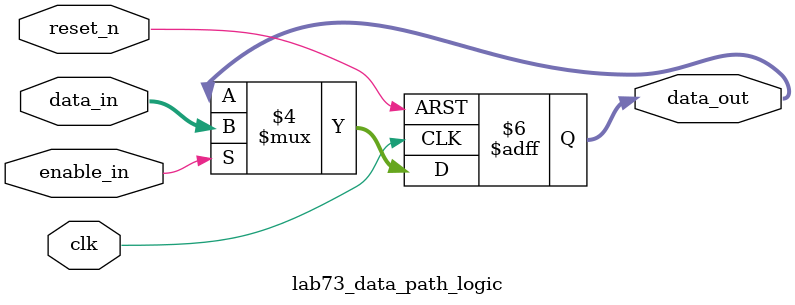
<source format=v>
`timescale 1ns / 1ps

//this is the data path logic
module lab73_data_path_logic(
            input [15:0] data_in,
            input clk ,reset_n,
            input enable_in,
            output reg [15:0] data_out
    );

// its a data path logic  if sequence 1010 is detected enable _signal gets high and output is input
// else output is previous data    
always @(posedge clk or negedge reset_n)
begin
    if(!reset_n) 
        data_out <= 16'b0;
    else if (enable_in)
        data_out <= data_in;
    else
        data_out <= data_out;
end
endmodule

</source>
